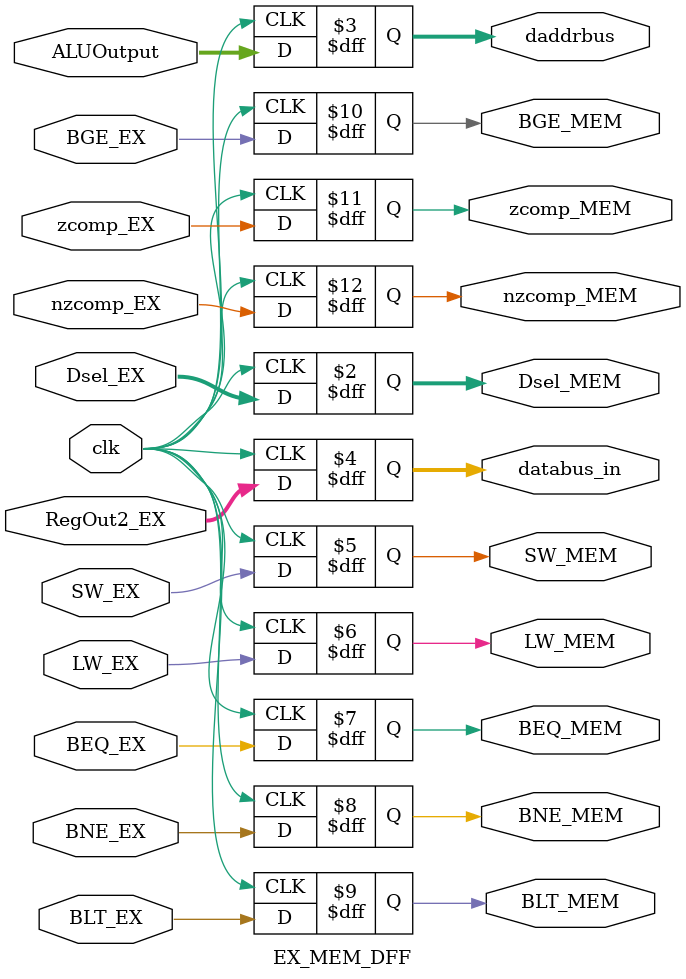
<source format=v>
`timescale 1ns / 1ps


module EX_MEM_DFF(ALUOutput, Dsel_EX, RegOut2_EX, SW_EX, LW_EX, BEQ_EX, BNE_EX, BLT_EX, BGE_EX, zcomp_EX, nzcomp_EX,
                  clk, daddrbus, Dsel_MEM, SW_MEM, LW_MEM, databus_in, BEQ_MEM, BNE_MEM, BLT_MEM, BGE_MEM, zcomp_MEM, nzcomp_MEM);
    //Declare inputs and outputs
    input[31:0] Dsel_EX;
    input[63:0] ALUOutput, RegOut2_EX;
    input clk, SW_EX, LW_EX, BEQ_EX, BNE_EX, BLT_EX, BGE_EX, zcomp_EX, nzcomp_EX;
    output reg[31:0] Dsel_MEM; 
    output reg[63:0] daddrbus, databus_in;
    output reg SW_MEM, LW_MEM, BEQ_MEM, BNE_MEM, BLT_MEM, BGE_MEM, zcomp_MEM, nzcomp_MEM;
                      
   always @(posedge clk) begin
        SW_MEM = SW_EX;
        LW_MEM = LW_EX;
        BEQ_MEM = BEQ_EX;
        BNE_MEM = BNE_EX;
        BLT_MEM = BLT_EX;
        BGE_MEM = BGE_EX;
        zcomp_MEM = zcomp_EX;
        nzcomp_MEM = nzcomp_EX;
        Dsel_MEM = Dsel_EX;
        databus_in = RegOut2_EX;
        daddrbus = ALUOutput;
    end  
endmodule

</source>
